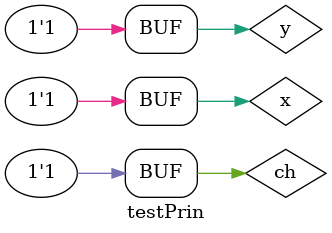
<source format=v>
module C_Igual (output s0,
input a, 
input b);
wire n,m,o,w;
not NOT1 (n,a);
not NOT2 (m,b);
and AND1 (o,n,m);
and AND2 (w,a,b);
or OR1 (s0,o,w);
endmodule//C_Igual

module C_Dif (output s0,
input a, 
input b);
wire n,m,o,w;
not NOT1 (n,a);
not NOT2 (m,b);
and AND1 (o,n,b);
and AND2 (w,a,m);
or OR1 (s0,o,w);
endmodule//C_Dif

module MUX (output d,
input a,
input b, 
input CH);
wire N1,h1,h0;
not NOT1(n1,CH);
and AND1(h0,a,N1);
and AND2(h1,b,CH);
or OR1 (d,h0,h1);
endmodule//MUX

module Prin (output s,
input x1,
input y1,
input CH);
wire temp1,temp2;
C_Igual CI1(temp1,x1,y1);
C_Dif CD1(temp2,x1,y1);
MUX MUX1 (s,temp2,temp1,CH);
endmodule//Prin

module testPrin;
// ------------------------- definir dados 
reg  x;
reg  y;
reg ch; 
Prin modulo ( s, x, y,ch);
// ------------------------- parte principal 
initial begin 
$display("Exemplo0027 - Lucas Cardoso - 441694"); 
$display("Test AU's module"); 
x ='b0; y = 'b0;ch = 'b0;  
// projetar testes do modulo 
$display("\na b CH s");
#1 $monitor("%b %b %b %b",x,y,ch,s);
#1 x='b0;y ='b1;ch = 'b0;  
#1 x='b1;y ='b0;ch = 'b0;
#1 x='b1;y ='b1;ch = 'b0; 

#1 x='b0;y ='b0;ch = 'b1;
#1 x='b0;y ='b1;ch = 'b1;  
#1 x='b1;y ='b0;ch = 'b1;
#1 x='b1;y ='b1;ch = 'b1; 

end 
endmodule // test
</source>
